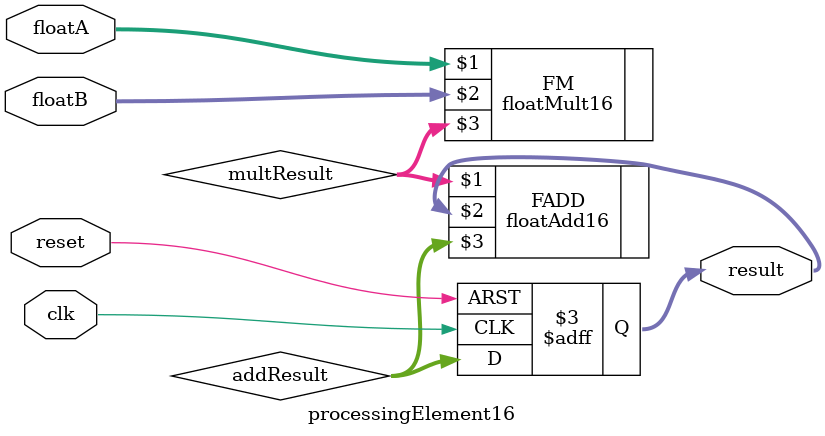
<source format=v>
module processingElement16(clk,reset,floatA,floatB,result);

parameter DATA_WIDTH = 16;  // 数据类型float16

input clk, reset;
input [DATA_WIDTH-1:0] floatA, floatB; // 输入float16数据A和B
output reg [DATA_WIDTH-1:0] result;  // 输出float16数据

wire [DATA_WIDTH-1:0] multResult;
wire [DATA_WIDTH-1:0] addResult;

floatMult16 FM (floatA,floatB,multResult); // float16乘法运算
floatAdd16 FADD (multResult,result,addResult);// float16加法运算

always @ (posedge clk or posedge reset) begin
	if (reset == 1'b1) begin
		result = 0;    // 开始时，result赋值为0
	end else begin
		result = addResult;  // 求和结果不断更新为result，即为累加操作，result作为最后的输出
	end
end

endmodule

</source>
